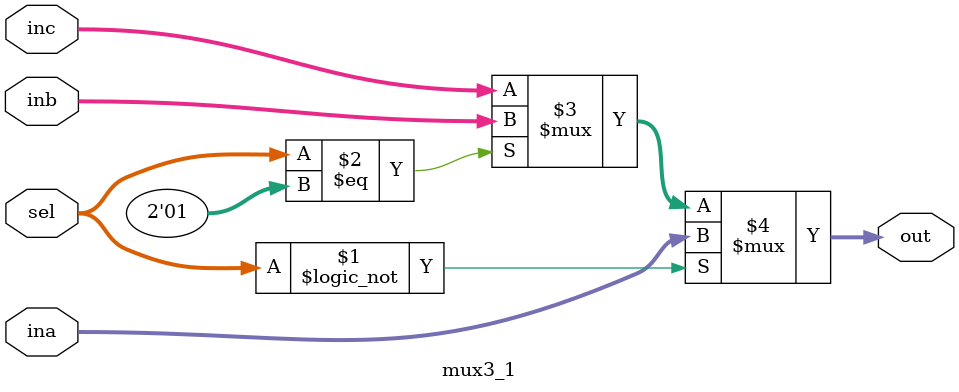
<source format=v>
`timescale 1ns / 1ps

module mux3_1(
    input [31:0] ina, inb, inc,
    input [1:0] sel,
    output [31:0] out
    );
    
    assign out = (sel == 2'b00) ? ina : 
                 (sel == 2'b01) ? inb : inc;
    
endmodule


</source>
